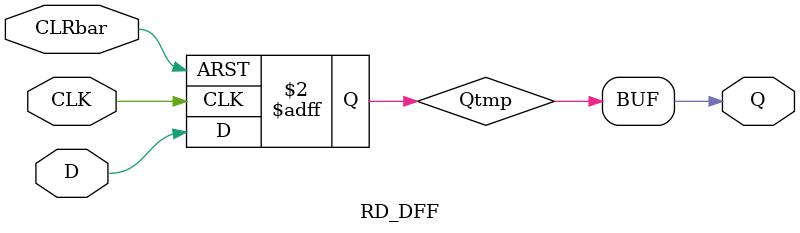
<source format=v>
`timescale 1 ns / 1 ps


module RD_DFF ( D ,Q ,CLRbar ,CLK );
output Q ;
wire Q ;
input D ;
wire D ;
input CLRbar ;
wire CLRbar ;
input CLK ;
wire CLK ;	   


//}} End of automatically maintained section
reg  Qtmp ;
assign Q= Qtmp ;
always @ (posedge CLK or posedge CLRbar)
	begin
	  if (CLRbar) Qtmp <= 1'b0; 
	  else Qtmp <= D; 	  
	end


// -- Enter your statements here -- //

endmodule

</source>
